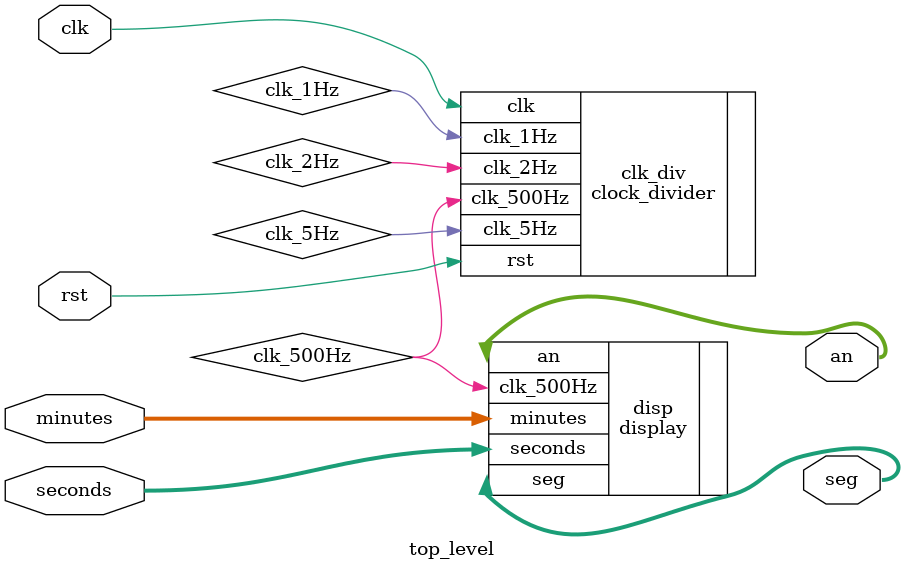
<source format=v>
module top_level(
    input clk,            // Main clock signal
    input rst,            // Reset signal
    input [7:0] minutes,  // Minutes input
    input [7:0] seconds,  // Seconds input
    output [6:0] seg,     // 7-segment display segments
    output [3:0] an       // 7-segment display anode signals
);

    wire clk_1Hz;
  	wire clk_2Hz;
  	wire clk_500Hz;	
  	wire clk_5Hz;

    // Instantiate the clock divider
    clock_divider clk_div(
        .clk(clk),
      	.rst(rst),
      	.clk_1Hz(clk_1Hz),
      	.clk_2Hz(clk_2Hz),
        .clk_5Hz(clk_5Hz),
      	.clk_500Hz(clk_500Hz)
    );

    // Instantiate the display module
    display disp(
        .minutes(minutes),
        .seconds(seconds),
        .clk_500Hz(clk_500Hz),
        .seg(seg),
        .an(an)
    );

endmodule
</source>
